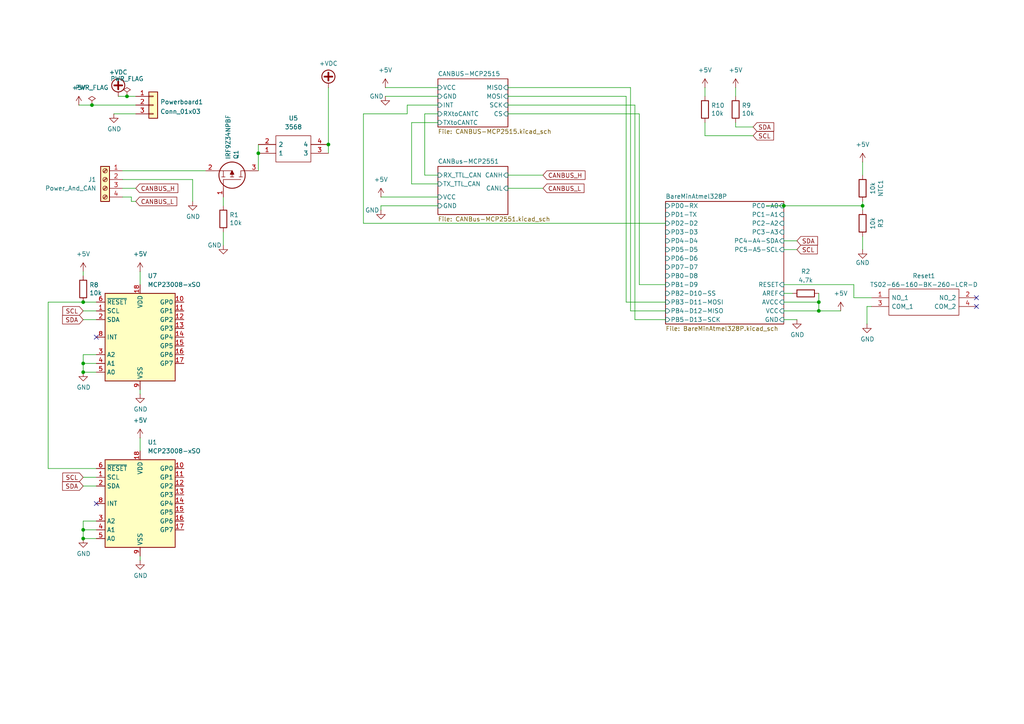
<source format=kicad_sch>
(kicad_sch (version 20231120) (generator "eeschema") (generator_version "8.0")
  (paper "A4")
  (lib_symbols
    (symbol "Connector:Screw_Terminal_01x04" (pin_names (offset 1.016) hide)
      (property "Reference" "J" (at 0 5.08 0))
      (property "Value" "Screw_Terminal_01x04" (at 0 -7.62 0))
      (symbol "Screw_Terminal_01x04_1_1"
        (rectangle (start -1.27 3.81) (end 1.27 -6.35) (stroke (width 0.254)) (fill (type background)))
        (circle (center 0 -5.08) (radius 0.635) (stroke (width 0.1524)))
        (circle (center 0 -2.54) (radius 0.635) (stroke (width 0.1524)))
        (polyline (pts (xy -0.5334 -4.7498) (xy 0.3302 -5.588)) (stroke (width 0.1524)))
        (polyline (pts (xy -0.5334 -2.2098) (xy 0.3302 -3.048)) (stroke (width 0.1524)))
        (polyline (pts (xy -0.5334 0.3302) (xy 0.3302 -0.508)) (stroke (width 0.1524)))
        (polyline (pts (xy -0.5334 2.8702) (xy 0.3302 2.032)) (stroke (width 0.1524)))
        (polyline (pts (xy -0.3556 -4.572) (xy 0.508 -5.4102)) (stroke (width 0.1524)))
        (polyline (pts (xy -0.3556 -2.032) (xy 0.508 -2.8702)) (stroke (width 0.1524)))
        (polyline (pts (xy -0.3556 0.508) (xy 0.508 -0.3302)) (stroke (width 0.1524)))
        (polyline (pts (xy -0.3556 3.048) (xy 0.508 2.2098)) (stroke (width 0.1524)))
        (circle (center 0 0) (radius 0.635) (stroke (width 0.1524)))
        (circle (center 0 2.54) (radius 0.635) (stroke (width 0.1524)))
        (pin passive line (at -5.08 2.54 0) (length 3.81) (name "Pin_1") (number "1"))
        (pin passive line (at -5.08 0 0) (length 3.81) (name "Pin_2") (number "2"))
        (pin passive line (at -5.08 -2.54 0) (length 3.81) (name "Pin_3") (number "3"))
        (pin passive line (at -5.08 -5.08 0) (length 3.81) (name "Pin_4") (number "4"))
      )
    )
    (symbol "Connector_Generic:Conn_01x03" (pin_names (offset 1.016) hide)
      (property "Reference" "J" (at 0 5.08 0))
      (property "Value" "Conn_01x03" (at 0 -5.08 0))
      (symbol "Conn_01x03_1_1"
        (rectangle (start -1.27 -2.413) (end 0 -2.667) (stroke (width 0.1524)))
        (rectangle (start -1.27 0.127) (end 0 -0.127) (stroke (width 0.1524)))
        (rectangle (start -1.27 2.667) (end 0 2.413) (stroke (width 0.1524)))
        (rectangle (start -1.27 3.81) (end 1.27 -3.81) (stroke (width 0.254)) (fill (type background)))
        (pin passive line (at -5.08 2.54 0) (length 3.81) (name "Pin_1") (number "1"))
        (pin passive line (at -5.08 0 0) (length 3.81) (name "Pin_2") (number "2"))
        (pin passive line (at -5.08 -2.54 0) (length 3.81) (name "Pin_3") (number "3"))
      )
    )
    (symbol "Device:R" (pin_numbers hide) (pin_names (offset 0))
      (property "Reference" "R" (at 2.032 0 90))
      (property "Value" "R" (at 0 0 90))
      (symbol "R_0_1"
        (rectangle (start -1.016 -2.54) (end 1.016 2.54) (stroke (width 0.254)))
      )
      (symbol "R_1_1"
        (pin passive line (at 0 3.81 270) (length 1.27) (name "~") (number "1"))
        (pin passive line (at 0 -3.81 90) (length 1.27) (name "~") (number "2"))
      )
    )
    (symbol "Interface_Expansion:MCP23008-xSO"
      (property "Reference" "U" (at -8.89 13.97 0))
      (property "Value" "MCP23008-xSO" (at 8.89 13.97 0))
      (symbol "MCP23008-xSO_0_1"
        (rectangle (start -10.16 12.7) (end 10.16 -12.7) (stroke (width 0.254)) (fill (type background)))
      )
      (symbol "MCP23008-xSO_1_1"
        (pin input line (at -12.7 7.62 0) (length 2.54) (name "SCL") (number "1"))
        (pin bidirectional line (at 12.7 10.16 180) (length 2.54) (name "GP0") (number "10"))
        (pin bidirectional line (at 12.7 7.62 180) (length 2.54) (name "GP1") (number "11"))
        (pin bidirectional line (at 12.7 5.08 180) (length 2.54) (name "GP2") (number "12"))
        (pin bidirectional line (at 12.7 2.54 180) (length 2.54) (name "GP3") (number "13"))
        (pin bidirectional line (at 12.7 0 180) (length 2.54) (name "GP4") (number "14"))
        (pin bidirectional line (at 12.7 -2.54 180) (length 2.54) (name "GP5") (number "15"))
        (pin bidirectional line (at 12.7 -5.08 180) (length 2.54) (name "GP6") (number "16"))
        (pin bidirectional line (at 12.7 -7.62 180) (length 2.54) (name "GP7") (number "17"))
        (pin power_in line (at 0 15.24 270) (length 2.54) (name "VDD") (number "18"))
        (pin bidirectional line (at -12.7 5.08 0) (length 2.54) (name "SDA") (number "2"))
        (pin input line (at -12.7 -5.08 0) (length 2.54) (name "A2") (number "3"))
        (pin input line (at -12.7 -7.62 0) (length 2.54) (name "A1") (number "4"))
        (pin input line (at -12.7 -10.16 0) (length 2.54) (name "A0") (number "5"))
        (pin input line (at -12.7 10.16 0) (length 2.54) (name "~{RESET}") (number "6"))
        (pin no_connect line (at -10.16 -2.54 0) (length 2.54) hide (name "NC") (number "7"))
        (pin output line (at -12.7 0 0) (length 2.54) (name "INT") (number "8"))
        (pin power_in line (at 0 -15.24 90) (length 2.54) (name "VSS") (number "9"))
      )
    )
    (symbol "SamacSys_Parts:3568" (pin_names (offset 0.762))
      (property "Reference" "U" (at 16.51 7.62 0))
      (property "Value" "3568" (at 16.51 5.08 0))
      (symbol "3568_0_0"
        (pin passive line (at 0 -2.54 0) (length 5.08) (name "1") (number "1"))
        (pin passive line (at 0 0 0) (length 5.08) (name "2") (number "2"))
        (pin passive line (at 20.32 -2.54 180) (length 5.08) (name "3") (number "3"))
        (pin passive line (at 20.32 0 180) (length 5.08) (name "4") (number "4"))
      )
      (symbol "3568_0_1"
        (polyline (pts (xy 5.08 2.54) (xy 15.24 2.54) (xy 15.24 -5.08) (xy 5.08 -5.08) (xy 5.08 2.54)) (stroke (width 0.1524)))
      )
    )
    (symbol "SamacSys_Parts:IRF9Z34NPBF" (pin_names (offset 0.762))
      (property "Reference" "Q" (at 11.43 3.81 0))
      (property "Value" "IRF9Z34NPBF" (at 11.43 1.27 0))
      (symbol "IRF9Z34NPBF_0_0"
        (pin passive line (at 0 0 0) (length 2.54) (name "~") (number "1"))
        (pin passive line (at 7.62 -5.08 90) (length 2.54) (name "~") (number "2"))
        (pin passive line (at 7.62 10.16 270) (length 2.54) (name "~") (number "3"))
      )
      (symbol "IRF9Z34NPBF_0_1"
        (polyline (pts (xy 5.842 -0.508) (xy 5.842 0.508)) (stroke (width 0.1524)))
        (polyline (pts (xy 5.842 0) (xy 7.62 0)) (stroke (width 0.1524)))
        (polyline (pts (xy 5.842 2.032) (xy 5.842 3.048)) (stroke (width 0.1524)))
        (polyline (pts (xy 5.842 5.588) (xy 5.842 4.572)) (stroke (width 0.1524)))
        (polyline (pts (xy 7.62 2.54) (xy 5.842 2.54)) (stroke (width 0.1524)))
        (polyline (pts (xy 7.62 2.54) (xy 7.62 -2.54)) (stroke (width 0.1524)))
        (polyline (pts (xy 7.62 5.08) (xy 5.842 5.08)) (stroke (width 0.1524)))
        (polyline (pts (xy 7.62 5.08) (xy 7.62 7.62)) (stroke (width 0.1524)))
        (polyline (pts (xy 2.54 0) (xy 5.08 0) (xy 5.08 5.08)) (stroke (width 0.1524)))
        (polyline (pts (xy 7.62 2.54) (xy 6.604 3.048) (xy 6.604 2.032) (xy 7.62 2.54)) (stroke (width 0.254)) (fill (type outline)))
        (circle (center 6.35 2.54) (radius 3.81) (stroke (width 0.254)))
      )
    )
    (symbol "SamacSys_Parts:TS02-66-160-BK-260-LCR-D" (pin_names (offset 0.762))
      (property "Reference" "S" (at 26.67 7.62 0))
      (property "Value" "TS02-66-160-BK-260-LCR-D" (at 26.67 5.08 0))
      (symbol "TS02-66-160-BK-260-LCR-D_0_0"
        (pin passive line (at 0 0 0) (length 5.08) (name "NO_1") (number "1"))
        (pin passive line (at 30.48 0 180) (length 5.08) (name "NO_2") (number "2"))
        (pin passive line (at 0 -2.54 0) (length 5.08) (name "COM_1") (number "3"))
        (pin passive line (at 30.48 -2.54 180) (length 5.08) (name "COM_2") (number "4"))
      )
      (symbol "TS02-66-160-BK-260-LCR-D_0_1"
        (polyline (pts (xy 5.08 2.54) (xy 25.4 2.54) (xy 25.4 -5.08) (xy 5.08 -5.08) (xy 5.08 2.54)) (stroke (width 0.1524)))
      )
    )
    (symbol "power:+5V" (power) (pin_numbers hide) (pin_names (offset 0) hide)
      (property "Value" "+5V" (at 0 3.556 0))
      (symbol "+5V_0_1"
        (polyline (pts (xy -0.762 1.27) (xy 0 2.54)))
        (polyline (pts (xy 0 0) (xy 0 2.54)))
        (polyline (pts (xy 0 2.54) (xy 0.762 1.27)))
      )
      (symbol "+5V_1_1"
        (pin power_in line (at 0 0 90) (length 0) (name "~") (number "1"))
      )
    )
    (symbol "power:+VDC" (power) (pin_numbers hide) (pin_names (offset 0) hide)
      (property "Value" "+VDC" (at 0 6.35 0))
      (symbol "+VDC_0_1"
        (polyline (pts (xy -1.143 3.175) (xy 1.143 3.175)) (stroke (width 0.508)))
        (polyline (pts (xy 0 0) (xy 0 1.27)))
        (polyline (pts (xy 0 2.032) (xy 0 4.318)) (stroke (width 0.508)))
        (circle (center 0 3.175) (radius 1.905) (stroke (width 0.254)))
      )
      (symbol "+VDC_1_1"
        (pin power_in line (at 0 0 90) (length 0) (name "~") (number "1"))
      )
    )
    (symbol "power:GND" (power) (pin_numbers hide) (pin_names (offset 0) hide)
      (property "Value" "GND" (at 0 -3.81 0))
      (symbol "GND_0_1"
        (polyline (pts (xy 0 0) (xy 0 -1.27) (xy 1.27 -1.27) (xy 0 -2.54) (xy -1.27 -1.27) (xy 0 -1.27)))
      )
      (symbol "GND_1_1"
        (pin power_in line (at 0 0 270) (length 0) (name "~") (number "1"))
      )
    )
    (symbol "power:PWR_FLAG" (power) (pin_numbers hide) (pin_names (offset 0) hide)
      (property "Value" "PWR_FLAG" (at 0 3.81 0))
      (symbol "PWR_FLAG_0_0"
        (pin power_out line (at 0 0 90) (length 0) (name "~") (number "1"))
      )
      (symbol "PWR_FLAG_0_1"
        (polyline (pts (xy 0 0) (xy 0 1.27) (xy -1.016 1.905) (xy 0 2.54) (xy 1.016 1.905) (xy 0 1.27)))
      )
    )
  )
  (junction (at 24.13 87.63))
  (junction (at 24.13 156.21))
  (junction (at 250.19 59.69))
  (junction (at 95.25 41.91))
  (junction (at 24.13 107.95))
  (junction (at 74.93 44.45))
  (junction (at 24.13 153.67))
  (junction (at 227.33 59.69))
  (junction (at 36.83 27.94))
  (junction (at 24.13 105.41))
  (junction (at 237.49 87.63))
  (junction (at 26.67 30.48))
  (junction (at 237.49 90.17))
  (no_connect (at 27.94 146.05))
  (no_connect (at 283.21 88.9))
  (no_connect (at 283.21 86.36))
  (no_connect (at 27.94 97.79))
  (wire (pts (xy 34.29 27.94) (xy 36.83 27.94)))
  (wire (pts (xy 227.33 59.69) (xy 250.19 59.69)))
  (wire (pts (xy 35.56 52.07) (xy 55.88 52.07)))
  (wire (pts (xy 111.76 27.94) (xy 127 27.94)))
  (wire (pts (xy 13.97 87.63) (xy 24.13 87.63)))
  (wire (pts (xy 95.25 41.91) (xy 95.25 44.45)))
  (wire (pts (xy 40.64 78.74) (xy 40.64 82.55)))
  (wire (pts (xy 247.65 82.55) (xy 247.65 86.36)))
  (wire (pts (xy 26.67 30.48) (xy 39.37 30.48)))
  (wire (pts (xy 193.04 82.55) (xy 185.42 82.55)))
  (wire (pts (xy 38.1 58.42) (xy 38.1 57.15)))
  (wire (pts (xy 250.19 59.69) (xy 250.19 60.96)))
  (wire (pts (xy 251.46 88.9) (xy 251.46 93.98)))
  (wire (pts (xy 127 59.69) (xy 110.49 59.69)))
  (wire (pts (xy 13.97 135.89) (xy 27.94 135.89)))
  (wire (pts (xy 55.88 58.42) (xy 55.88 52.07)))
  (wire (pts (xy 250.19 58.42) (xy 250.19 59.69)))
  (wire (pts (xy 227.33 92.71) (xy 231.14 92.71)))
  (wire (pts (xy 24.13 105.41) (xy 27.94 105.41)))
  (wire (pts (xy 182.88 90.17) (xy 182.88 25.4)))
  (wire (pts (xy 123.19 33.02) (xy 127 33.02)))
  (wire (pts (xy 24.13 102.87) (xy 24.13 105.41)))
  (wire (pts (xy 24.13 156.21) (xy 27.94 156.21)))
  (wire (pts (xy 110.49 57.15) (xy 127 57.15)))
  (wire (pts (xy 227.33 85.09) (xy 229.87 85.09)))
  (wire (pts (xy 27.94 151.13) (xy 24.13 151.13)))
  (wire (pts (xy 111.76 25.4) (xy 127 25.4)))
  (wire (pts (xy 237.49 90.17) (xy 243.84 90.17)))
  (wire (pts (xy 193.04 92.71) (xy 184.15 92.71)))
  (wire (pts (xy 213.36 36.83) (xy 213.36 35.56)))
  (wire (pts (xy 204.47 39.37) (xy 204.47 35.56)))
  (wire (pts (xy 105.41 33.02) (xy 118.11 33.02)))
  (wire (pts (xy 40.64 113.03) (xy 40.64 114.3)))
  (wire (pts (xy 110.49 59.69) (xy 110.49 60.96)))
  (wire (pts (xy 250.19 68.58) (xy 250.19 72.39)))
  (wire (pts (xy 38.1 57.15) (xy 35.56 57.15)))
  (wire (pts (xy 185.42 33.02) (xy 185.42 82.55)))
  (wire (pts (xy 74.93 44.45) (xy 74.93 49.53)))
  (wire (pts (xy 127 50.8) (xy 123.19 50.8)))
  (wire (pts (xy 222.25 59.69) (xy 227.33 59.69)))
  (wire (pts (xy 227.33 82.55) (xy 247.65 82.55)))
  (wire (pts (xy 119.38 35.56) (xy 119.38 53.34)))
  (wire (pts (xy 105.41 64.77) (xy 193.04 64.77)))
  (wire (pts (xy 24.13 105.41) (xy 24.13 107.95)))
  (wire (pts (xy 237.49 87.63) (xy 237.49 90.17)))
  (wire (pts (xy 105.41 64.77) (xy 105.41 33.02)))
  (wire (pts (xy 22.86 30.48) (xy 26.67 30.48)))
  (wire (pts (xy 227.33 69.85) (xy 231.14 69.85)))
  (wire (pts (xy 24.13 151.13) (xy 24.13 153.67)))
  (wire (pts (xy 250.19 46.99) (xy 250.19 50.8)))
  (wire (pts (xy 35.56 49.53) (xy 59.69 49.53)))
  (wire (pts (xy 24.13 90.17) (xy 27.94 90.17)))
  (wire (pts (xy 36.83 27.94) (xy 39.37 27.94)))
  (wire (pts (xy 181.61 87.63) (xy 193.04 87.63)))
  (wire (pts (xy 147.32 54.61) (xy 157.48 54.61)))
  (wire (pts (xy 181.61 27.94) (xy 181.61 87.63)))
  (wire (pts (xy 33.02 33.02) (xy 39.37 33.02)))
  (wire (pts (xy 184.15 30.48) (xy 147.32 30.48)))
  (wire (pts (xy 74.93 41.91) (xy 74.93 44.45)))
  (wire (pts (xy 24.13 140.97) (xy 27.94 140.97)))
  (wire (pts (xy 118.11 30.48) (xy 127 30.48)))
  (wire (pts (xy 123.19 50.8) (xy 123.19 33.02)))
  (wire (pts (xy 39.37 58.42) (xy 38.1 58.42)))
  (wire (pts (xy 64.77 67.31) (xy 64.77 71.12)))
  (wire (pts (xy 252.73 88.9) (xy 251.46 88.9)))
  (wire (pts (xy 24.13 153.67) (xy 24.13 156.21)))
  (wire (pts (xy 119.38 53.34) (xy 127 53.34)))
  (wire (pts (xy 40.64 161.29) (xy 40.64 162.56)))
  (wire (pts (xy 118.11 33.02) (xy 118.11 30.48)))
  (wire (pts (xy 27.94 102.87) (xy 24.13 102.87)))
  (wire (pts (xy 127 35.56) (xy 119.38 35.56)))
  (wire (pts (xy 24.13 78.74) (xy 24.13 80.01)))
  (wire (pts (xy 147.32 50.8) (xy 157.48 50.8)))
  (wire (pts (xy 24.13 107.95) (xy 27.94 107.95)))
  (wire (pts (xy 35.56 54.61) (xy 39.37 54.61)))
  (wire (pts (xy 184.15 92.71) (xy 184.15 30.48)))
  (wire (pts (xy 193.04 90.17) (xy 182.88 90.17)))
  (wire (pts (xy 213.36 25.4) (xy 213.36 27.94)))
  (wire (pts (xy 247.65 86.36) (xy 252.73 86.36)))
  (wire (pts (xy 204.47 25.4) (xy 204.47 27.94)))
  (wire (pts (xy 95.25 25.4) (xy 95.25 41.91)))
  (wire (pts (xy 24.13 153.67) (xy 27.94 153.67)))
  (wire (pts (xy 182.88 25.4) (xy 147.32 25.4)))
  (wire (pts (xy 227.33 72.39) (xy 231.14 72.39)))
  (wire (pts (xy 147.32 27.94) (xy 181.61 27.94)))
  (wire (pts (xy 64.77 59.69) (xy 64.77 57.15)))
  (wire (pts (xy 24.13 138.43) (xy 27.94 138.43)))
  (wire (pts (xy 40.64 127) (xy 40.64 130.81)))
  (wire (pts (xy 227.33 87.63) (xy 237.49 87.63)))
  (wire (pts (xy 237.49 85.09) (xy 237.49 87.63)))
  (wire (pts (xy 27.94 87.63) (xy 24.13 87.63)))
  (wire (pts (xy 24.13 92.71) (xy 27.94 92.71)))
  (wire (pts (xy 227.33 90.17) (xy 237.49 90.17)))
  (wire (pts (xy 218.44 39.37) (xy 204.47 39.37)))
  (wire (pts (xy 13.97 135.89) (xy 13.97 87.63)))
  (wire (pts (xy 218.44 36.83) (xy 213.36 36.83)))
  (wire (pts (xy 185.42 33.02) (xy 147.32 33.02)))
  (global_label "SDA" (shape input) (at 24.13 92.71 180) (property "Intersheetrefs" "${INTERSHEET_REFS}" (effects (hide yes))))
  (global_label "SCL" (shape input) (at 218.44 39.37 0) (property "Intersheetrefs" "${INTERSHEET_REFS}" (effects (hide yes))))
  (global_label "SDA" (shape input) (at 231.14 69.85 0) (property "Intersheetrefs" "${INTERSHEET_REFS}" (effects (hide yes))))
  (global_label "SCL" (shape input) (at 24.13 138.43 180) (property "Intersheetrefs" "${INTERSHEET_REFS}" (effects (hide yes))))
  (global_label "CANBUS_H" (shape input) (at 39.37 54.61 0) (property "Intersheetrefs" "${INTERSHEET_REFS}" (effects (hide yes))))
  (global_label "SCL" (shape input) (at 231.14 72.39 0) (property "Intersheetrefs" "${INTERSHEET_REFS}" (effects (hide yes))))
  (global_label "SCL" (shape input) (at 24.13 90.17 180) (property "Intersheetrefs" "${INTERSHEET_REFS}" (effects (hide yes))))
  (global_label "CANBUS_H" (shape input) (at 157.48 50.8 0) (property "Intersheetrefs" "${INTERSHEET_REFS}" (effects (hide yes))))
  (global_label "SDA" (shape input) (at 218.44 36.83 0) (property "Intersheetrefs" "${INTERSHEET_REFS}" (effects (hide yes))))
  (global_label "CANBUS_L" (shape input) (at 157.48 54.61 0) (property "Intersheetrefs" "${INTERSHEET_REFS}" (effects (hide yes))))
  (global_label "CANBUS_L" (shape input) (at 39.37 58.42 0) (property "Intersheetrefs" "${INTERSHEET_REFS}" (effects (hide yes))))
  (global_label "SDA" (shape input) (at 24.13 140.97 180) (property "Intersheetrefs" "${INTERSHEET_REFS}" (effects (hide yes))))
  (symbol (lib_id "power:GND") (at 40.64 162.56 0) (unit 1)
    (property "Reference" "#PWR025" (effects (hide yes)))
    (property "Value" "GND" (at 40.767 166.9542 0))
  )
  (symbol (lib_id "power:+5V") (at 22.86 30.48 0) (unit 1)
    (property "Reference" "#PWR01" (effects (hide yes)))
    (property "Value" "+5V" (at 22.86 25.4 0))
    (property "Description" "Power symbol creates a global label with name \"+5V\"" (effects (hide yes)))
  )
  (symbol (lib_id "SamacSys_Parts:IRF9Z34NPBF") (at 64.77 57.15 270) (mirror x) (unit 1)
    (property "Reference" "Q1" (at 68.4784 46.228 0) (effects (justify left)))
    (property "Value" "IRF9Z34NPBF" (at 66.167 46.228 0) (effects (justify left)))
    (property "Footprint" "TO254P469X1042X1967-3P" (effects (hide yes)))
    (property "Datasheet" "https://www.infineon.com/dgdl/irf9z34npbf.pdf?fileId=5546d462533600a40153561220af1ddd" (effects (hide yes)))
    (property "Description" "MOSFET MOSFT PCh -55V -17A 100mOhm 23.3nC" (effects (hide yes)))
    (property "Height" "4.69" (effects (hide yes)))
    (property "Mouser Part Number" "942-IRF9Z34NPBF" (effects (hide yes)))
    (property "Mouser Price/Stock" "https://www.mouser.co.uk/ProductDetail/Infineon-Technologies/IRF9Z34NPBF?qs=9%252BKlkBgLFf16a%2FvlD%252BMCtQ%3D%3D" (effects (hide yes)))
    (property "Manufacturer_Name" "Infineon" (effects (hide yes)))
    (property "Manufacturer_Part_Number" "IRF9Z34NPBF" (effects (hide yes)))
  )
  (symbol (lib_id "power:+5V") (at 40.64 127 0) (unit 1)
    (property "Reference" "#PWR024" (effects (hide yes)))
    (property "Value" "+5V" (at 40.64 121.92 0))
    (property "Description" "Power symbol creates a global label with name \"+5V\"" (effects (hide yes)))
  )
  (symbol (lib_id "power:GND") (at 40.64 114.3 0) (unit 1)
    (property "Reference" "#PWR09" (effects (hide yes)))
    (property "Value" "GND" (at 40.767 118.6942 0))
  )
  (symbol (lib_id "power:+5V") (at 204.47 25.4 0) (unit 1)
    (property "Reference" "#PWR010" (effects (hide yes)))
    (property "Value" "+5V" (at 204.47 20.32 0))
    (property "Description" "Power symbol creates a global label with name \"+5V\"" (effects (hide yes)))
  )
  (symbol (lib_id "power:PWR_FLAG") (at 36.83 27.94 0) (unit 1)
    (property "Reference" "#FLG02" (effects (hide yes)))
    (property "Value" "PWR_FLAG" (at 36.83 22.86 0))
    (property "Description" "Special symbol for telling ERC where power comes from" (effects (hide yes)))
  )
  (symbol (lib_id "power:+VDC") (at 34.29 27.94 0) (unit 1)
    (property "Reference" "#PWR02" (effects (hide yes)))
    (property "Value" "+VDC" (at 34.29 20.955 0))
    (property "Description" "Power symbol creates a global label with name \"+VDC\"" (effects (hide yes)))
  )
  (symbol (lib_id "SamacSys_Parts:TS02-66-160-BK-260-LCR-D") (at 252.73 86.36 0) (unit 1)
    (property "Reference" "Reset1" (at 267.97 80.01 0))
    (property "Value" "TS02-66-160-BK-260-LCR-D" (at 267.97 82.55 0))
    (property "Footprint" "TS0266160BK260LCRD" (effects (hide yes)))
    (property "Datasheet" "https://www.cuidevices.com/product/resource/ts02.pdf" (effects (hide yes)))
    (property "Description" "Tactile Switches 6 x 6 mm, 16 mm Act Height, 260 gf, Black, Long Crimped, Through Hole, SPST," (effects (hide yes)))
    (property "Height" "16.2" (effects (hide yes)))
    (property "Mouser Part Number" "179-TS0266160BK260LC" (effects (hide yes)))
    (property "Mouser Price/Stock" "https://www.mouser.co.uk/ProductDetail/CUI-Devices/TS02-66-160-BK-260-LCR-D?qs=A6eO%252BMLsxmR2iSh4nOToMQ%3D%3D" (effects (hide yes)))
    (property "Manufacturer_Name" "CUI Devices" (effects (hide yes)))
    (property "Manufacturer_Part_Number" "TS02-66-160-BK-260-LCR-D" (effects (hide yes)))
  )
  (symbol (lib_id "Device:R") (at 204.47 31.75 0) (unit 1)
    (property "Reference" "R10" (at 206.248 30.5816 0) (effects (justify left)))
    (property "Value" "10k" (at 206.248 32.893 0) (effects (justify left)))
    (property "Footprint" "Resistor_SMD:R_1206_3216Metric_Pad1.30x1.75mm_HandSolder" (effects (hide yes)))
    (property "Description" "Resistor" (effects (hide yes)))
  )
  (symbol (lib_id "power:GND") (at 251.46 93.98 0) (unit 1)
    (property "Reference" "#PWR021" (effects (hide yes)))
    (property "Value" "GND" (at 251.587 98.3742 0))
    (property "Description" "Power symbol creates a global label with name \"GND\" , ground" (effects (hide yes)))
  )
  (symbol (lib_id "Interface_Expansion:MCP23008-xSO") (at 40.64 146.05 0) (unit 1)
    (property "Reference" "U1" (at 42.8341 128.27 0) (effects (justify left)))
    (property "Value" "MCP23008-xSO" (at 42.8341 130.81 0) (effects (justify left)))
    (property "Footprint" "Package_SO:SOIC-18W_7.5x11.6mm_P1.27mm" (effects (hide yes)))
    (property "Datasheet" "http://ww1.microchip.com/downloads/en/DeviceDoc/MCP23008-MCP23S08-Data-Sheet-20001919F.pdf" (effects (hide yes)))
    (property "Description" "8-bit I/O expander, I2C, interrupts, SOIC-18" (effects (hide yes)))
  )
  (symbol (lib_id "power:+5V") (at 110.49 57.15 0) (unit 1)
    (property "Reference" "#PWR013" (effects (hide yes)))
    (property "Value" "+5V" (at 110.49 52.07 0))
    (property "Description" "Power symbol creates a global label with name \"+5V\"" (effects (hide yes)))
  )
  (symbol (lib_id "power:+5V") (at 213.36 25.4 0) (unit 1)
    (property "Reference" "#PWR011" (effects (hide yes)))
    (property "Value" "+5V" (at 213.36 20.32 0))
    (property "Description" "Power symbol creates a global label with name \"+5V\"" (effects (hide yes)))
  )
  (symbol (lib_id "power:GND") (at 33.02 33.02 0) (unit 1)
    (property "Reference" "#PWR03" (effects (hide yes)))
    (property "Value" "GND" (at 33.147 37.4142 0))
    (property "Description" "Power symbol creates a global label with name \"GND\" , ground" (effects (hide yes)))
  )
  (symbol (lib_id "power:GND") (at 24.13 156.21 0) (unit 1)
    (property "Reference" "#PWR023" (effects (hide yes)))
    (property "Value" "GND" (at 24.257 160.6042 0))
  )
  (symbol (lib_id "power:+5V") (at 40.64 78.74 0) (unit 1)
    (property "Reference" "#PWR07" (effects (hide yes)))
    (property "Value" "+5V" (at 40.64 73.66 0))
    (property "Description" "Power symbol creates a global label with name \"+5V\"" (effects (hide yes)))
  )
  (symbol (lib_id "power:PWR_FLAG") (at 26.67 30.48 0) (unit 1)
    (property "Reference" "#FLG01" (effects (hide yes)))
    (property "Value" "PWR_FLAG" (at 26.67 25.4 0))
    (property "Description" "Special symbol for telling ERC where power comes from" (effects (hide yes)))
  )
  (symbol (lib_id "power:+5V") (at 24.13 78.74 0) (unit 1)
    (property "Reference" "#PWR04" (effects (hide yes)))
    (property "Value" "+5V" (at 24.13 73.66 0))
    (property "Description" "Power symbol creates a global label with name \"+5V\"" (effects (hide yes)))
  )
  (symbol (lib_id "Device:R") (at 64.77 63.5 0) (unit 1)
    (property "Reference" "R1" (at 66.548 62.3316 0) (effects (justify left)))
    (property "Value" "10k" (at 66.548 64.643 0) (effects (justify left)))
    (property "Footprint" "Resistor_SMD:R_1206_3216Metric_Pad1.30x1.75mm_HandSolder" (effects (hide yes)))
    (property "Description" "Resistor" (effects (hide yes)))
  )
  (symbol (lib_id "power:GND") (at 24.13 107.95 0) (unit 1)
    (property "Reference" "#PWR05" (effects (hide yes)))
    (property "Value" "GND" (at 24.257 112.3442 0))
  )
  (symbol (lib_id "power:GND") (at 55.88 58.42 0) (unit 1)
    (property "Reference" "#PWR06" (effects (hide yes)))
    (property "Value" "GND" (at 56.007 62.8142 0))
    (property "Description" "Power symbol creates a global label with name \"GND\" , ground" (effects (hide yes)))
  )
  (symbol (lib_id "Connector_Generic:Conn_01x03") (at 44.45 30.48 0) (unit 1)
    (property "Reference" "Powerboard1" (at 46.482 29.5715 0) (effects (justify left)))
    (property "Value" "Conn_01x03" (at 46.482 32.3466 0) (effects (justify left)))
    (property "Footprint" "Connector_PinHeader_2.54mm:PinHeader_1x03_P2.54mm_Vertical" (effects (hide yes)))
    (property "Description" "Generic connector, single row, 01x03, script generated (kicad-library-utils/schlib/autogen/connector/)" (effects (hide yes)))
  )
  (symbol (lib_id "Connector:Screw_Terminal_01x04") (at 30.48 52.07 0) (mirror y) (unit 1)
    (property "Reference" "J1" (at 27.94 52.0699 0) (effects (justify left)))
    (property "Value" "Power_And_CAN" (at 27.94 54.6099 0) (effects (justify left)))
    (property "Footprint" "TerminalBlock_Phoenix:TerminalBlock_Phoenix_MPT-0,5-4-2.54_1x04_P2.54mm_Horizontal" (effects (hide yes)))
    (property "Description" "Generic screw terminal, single row, 01x04, script generated (kicad-library-utils/schlib/autogen/connector/)" (effects (hide yes)))
  )
  (symbol (lib_id "power:GND") (at 111.76 27.94 0) (unit 1)
    (property "Reference" "#PWR016" (effects (hide yes)))
    (property "Value" "GND" (at 109.22 27.94 0))
    (property "Description" "Power symbol creates a global label with name \"GND\" , ground" (effects (hide yes)))
  )
  (symbol (lib_id "Interface_Expansion:MCP23008-xSO") (at 40.64 97.79 0) (unit 1)
    (property "Reference" "U7" (at 42.8341 80.01 0) (effects (justify left)))
    (property "Value" "MCP23008-xSO" (at 42.8341 82.55 0) (effects (justify left)))
    (property "Footprint" "Package_SO:SOIC-18W_7.5x11.6mm_P1.27mm" (effects (hide yes)))
    (property "Datasheet" "http://ww1.microchip.com/downloads/en/DeviceDoc/MCP23008-MCP23S08-Data-Sheet-20001919F.pdf" (effects (hide yes)))
    (property "Description" "8-bit I/O expander, I2C, interrupts, SOIC-18" (effects (hide yes)))
  )
  (symbol (lib_id "Device:R") (at 24.13 83.82 0) (unit 1)
    (property "Reference" "R8" (at 25.908 82.6516 0) (effects (justify left)))
    (property "Value" "10k" (at 25.908 84.963 0) (effects (justify left)))
    (property "Footprint" "Resistor_THT:R_Axial_DIN0207_L6.3mm_D2.5mm_P2.54mm_Vertical" (effects (hide yes)))
  )
  (symbol (lib_id "Device:R") (at 233.68 85.09 90) (unit 1)
    (property "Reference" "R2" (at 233.68 78.74 90))
    (property "Value" "4.7k" (at 233.68 81.28 90))
    (property "Footprint" "Resistor_SMD:R_1206_3216Metric_Pad1.30x1.75mm_HandSolder" (effects (hide yes)))
    (property "Description" "Resistor" (effects (hide yes)))
  )
  (symbol (lib_id "power:GND") (at 250.19 72.39 0) (unit 1)
    (property "Reference" "#PWR020" (effects (hide yes)))
    (property "Value" "GND" (at 250.19 76.2 0))
    (property "Description" "Power symbol creates a global label with name \"GND\" , ground" (effects (hide yes)))
  )
  (symbol (lib_id "power:GND") (at 64.77 71.12 0) (unit 1)
    (property "Reference" "#PWR08" (effects (hide yes)))
    (property "Value" "GND" (at 62.23 71.12 0))
    (property "Description" "Power symbol creates a global label with name \"GND\" , ground" (effects (hide yes)))
  )
  (symbol (lib_id "Device:R") (at 250.19 64.77 180) (unit 1)
    (property "Reference" "R3" (at 255.4478 64.77 90))
    (property "Value" "10k" (at 253.1364 64.77 90))
    (property "Footprint" "Resistor_SMD:R_1206_3216Metric_Pad1.30x1.75mm_HandSolder" (effects (hide yes)))
    (property "Description" "Resistor" (effects (hide yes)))
  )
  (symbol (lib_id "power:+5V") (at 243.84 90.17 0) (unit 1)
    (property "Reference" "#PWR018" (effects (hide yes)))
    (property "Value" "+5V" (at 243.84 85.09 0))
    (property "Description" "Power symbol creates a global label with name \"+5V\"" (effects (hide yes)))
  )
  (symbol (lib_id "power:GND") (at 231.14 92.71 0) (unit 1)
    (property "Reference" "#PWR017" (effects (hide yes)))
    (property "Value" "GND" (at 231.267 97.1042 0))
    (property "Description" "Power symbol creates a global label with name \"GND\" , ground" (effects (hide yes)))
  )
  (symbol (lib_id "power:+VDC") (at 95.25 25.4 0) (unit 1)
    (property "Reference" "#PWR012" (effects (hide yes)))
    (property "Value" "+VDC" (at 95.25 18.415 0))
    (property "Description" "Power symbol creates a global label with name \"+VDC\"" (effects (hide yes)))
  )
  (symbol (lib_id "Device:R") (at 250.19 54.61 180) (unit 1)
    (property "Reference" "NTC1" (at 255.4478 54.61 90))
    (property "Value" "10k" (at 253.1364 54.61 90))
    (property "Footprint" "Resistor_THT:R_Axial_DIN0207_L6.3mm_D2.5mm_P2.54mm_Vertical" (effects (hide yes)))
    (property "Description" "Resistor" (effects (hide yes)))
  )
  (symbol (lib_id "Device:R") (at 213.36 31.75 0) (unit 1)
    (property "Reference" "R9" (at 215.138 30.5816 0) (effects (justify left)))
    (property "Value" "10k" (at 215.138 32.893 0) (effects (justify left)))
    (property "Footprint" "Resistor_SMD:R_1206_3216Metric_Pad1.30x1.75mm_HandSolder" (effects (hide yes)))
    (property "Description" "Resistor" (effects (hide yes)))
  )
  (symbol (lib_id "power:GND") (at 110.49 60.96 0) (unit 1)
    (property "Reference" "#PWR014" (effects (hide yes)))
    (property "Value" "GND" (at 107.95 60.96 0))
    (property "Description" "Power symbol creates a global label with name \"GND\" , ground" (effects (hide yes)))
  )
  (symbol (lib_id "power:+5V") (at 111.76 25.4 0) (unit 1)
    (property "Reference" "#PWR015" (effects (hide yes)))
    (property "Value" "+5V" (at 111.76 20.32 0))
    (property "Description" "Power symbol creates a global label with name \"+5V\"" (effects (hide yes)))
  )
  (symbol (lib_id "power:+5V") (at 250.19 46.99 0) (unit 1)
    (property "Reference" "#PWR019" (effects (hide yes)))
    (property "Value" "+5V" (at 250.19 41.91 0))
    (property "Description" "Power symbol creates a global label with name \"+5V\"" (effects (hide yes)))
  )
  (symbol (lib_id "SamacSys_Parts:3568") (at 74.93 41.91 0) (unit 1)
    (property "Reference" "U5" (at 85.09 34.29 0))
    (property "Value" "3568" (at 85.09 36.83 0))
    (property "Footprint" "3568" (effects (hide yes)))
    (property "Description" "Fuse Holder 30A 500V 1 Circuit Blade Through Hole" (effects (hide yes)))
    (property "Height" "7.5" (effects (hide yes)))
    (property "Mouser Part Number" "534-3568" (effects (hide yes)))
    (property "Mouser Price/Stock" "https://www.mouser.co.uk/ProductDetail/Keystone-Electronics/3568?qs=fP5bVVCrK%2Fd7nbA%2FPpwnKw%3D%3D" (effects (hide yes)))
    (property "Manufacturer_Name" "Keystone Electronics" (effects (hide yes)))
    (property "Manufacturer_Part_Number" "3568" (effects (hide yes)))
  )
  (sheet (at 127 48.26) (size 20.32 13.97) (stroke (width 0.1524))
    (property "Sheetname" "CANBus-MCP2551" (at 127 47.5484 0) (effects (justify left bottom)))
    (property "Sheetfile" "CANBus-MCP2551.kicad_sch" (at 127 62.8146 0) (effects (justify left top)))
    (pin "GND" input (at 127 59.69 180))
    (pin "VCC" input (at 127 57.15 180))
    (pin "CANH" input (at 147.32 50.8 0))
    (pin "TX_TTL_CAN" input (at 127 53.34 180))
    (pin "CANL" input (at 147.32 54.61 0))
    (pin "RX_TTL_CAN" input (at 127 50.8 180))
  )
  (sheet (at 127 22.86) (size 20.32 13.97) (stroke (width 0.1524))
    (property "Sheetname" "CANBUS-MCP2515" (at 127 22.1484 0) (effects (justify left bottom)))
    (property "Sheetfile" "CANBUS-MCP2515.kicad_sch" (at 127 37.4146 0) (effects (justify left top)))
    (pin "VCC" input (at 127 25.4 180))
    (pin "GND" input (at 127 27.94 180))
    (pin "RXtoCANTC" input (at 127 33.02 180))
    (pin "TXtoCANTC" input (at 127 35.56 180))
    (pin "MISO" input (at 147.32 25.4 0))
    (pin "INT" input (at 127 30.48 180))
    (pin "SCK" input (at 147.32 30.48 0))
    (pin "MOSI" input (at 147.32 27.94 0))
    (pin "CS" input (at 147.32 33.02 0))
  )
  (sheet (at 193.04 58.42) (size 34.29 35.56) (stroke (width 0.1524))
    (property "Sheetname" "BareMinAtmel328P" (at 193.04 57.7084 0) (effects (justify left bottom)))
    (property "Sheetfile" "BareMinAtmel328P.kicad_sch" (at 193.04 94.5646 0) (effects (justify left top)))
    (pin "PB3-D11-MOSI" input (at 193.04 87.63 180))
    (pin "PB4-D12-MISO" input (at 193.04 90.17 180))
    (pin "PB2-D10-SS" input (at 193.04 85.09 180))
    (pin "PB5-D13-SCK" input (at 193.04 92.71 180))
    (pin "PB1-D9" input (at 193.04 82.55 180))
    (pin "PB0-D8" input (at 193.04 80.01 180))
    (pin "PC4-A4-SDA" input (at 227.33 69.85 0))
    (pin "PC2-A2" input (at 227.33 64.77 0))
    (pin "PC3-A3" input (at 227.33 67.31 0))
    (pin "PC5-A5-SCL" input (at 227.33 72.39 0))
    (pin "PC1-A1" input (at 227.33 62.23 0))
    (pin "PC0-A0" input (at 227.33 59.69 0))
    (pin "AVCC" input (at 227.33 87.63 0))
    (pin "VCC" input (at 227.33 90.17 0))
    (pin "PD1-TX" input (at 193.04 62.23 180))
    (pin "PD2-D2" input (at 193.04 64.77 180))
    (pin "PD3-D3" input (at 193.04 67.31 180))
    (pin "PD4-D4" input (at 193.04 69.85 180))
    (pin "PD0-RX" input (at 193.04 59.69 180))
    (pin "GND" input (at 227.33 92.71 0))
    (pin "PD7-D7" input (at 193.04 77.47 180))
    (pin "PD6-D6" input (at 193.04 74.93 180))
    (pin "PD5-D5" input (at 193.04 72.39 180))
    (pin "AREF" input (at 227.33 85.09 0))
    (pin "RESET" input (at 227.33 82.55 0))
  )
)
</source>
